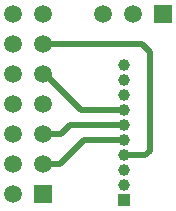
<source format=gtl>
%FSDAX24Y24*%
%MOIN*%
%SFA1B1*%

%IPPOS*%
%ADD10C,0.020000*%
%ADD11C,0.059100*%
%ADD12R,0.059100X0.059100*%
%ADD13R,0.039400X0.039400*%
%ADD14C,0.039400*%
%ADD15R,0.059100X0.059100*%
%LNprogrammer-1*%
%LPD*%
G54D10*
X001800Y002400D02*
X002350D01*
X003150Y003200*
X004500*
X001800Y003400D02*
X002400D01*
X002700Y003700*
X004500*
X004439Y004200D02*
X004500D01*
X001800Y005400D02*
X001850D01*
X003050Y004200*
X004500*
X005200Y002700D02*
X005350Y002850D01*
Y006150*
X005100Y006400D02*
X005350Y006150D01*
X001800Y006400D02*
X005100D01*
X004500Y002700D02*
X005200D01*
G54D11*
X000800Y007400D03*
X001800D03*
X000800Y006400D03*
X001800D03*
X000800Y005400D03*
X001800D03*
X000800Y004400D03*
X001800D03*
X000800Y003400D03*
X001800D03*
X000800Y002400D03*
X001800D03*
X000800Y001400D03*
X004800Y007400D03*
X003800D03*
G54D12*
X001800Y001400D03*
G54D13*
X004500Y001200D03*
G54D14*
X004500Y001700D03*
Y002200D03*
Y002700D03*
Y003200D03*
Y003700D03*
Y004200D03*
Y004700D03*
Y005200D03*
Y005700D03*
G54D15*
X005800Y007400D03*
M02*
</source>
